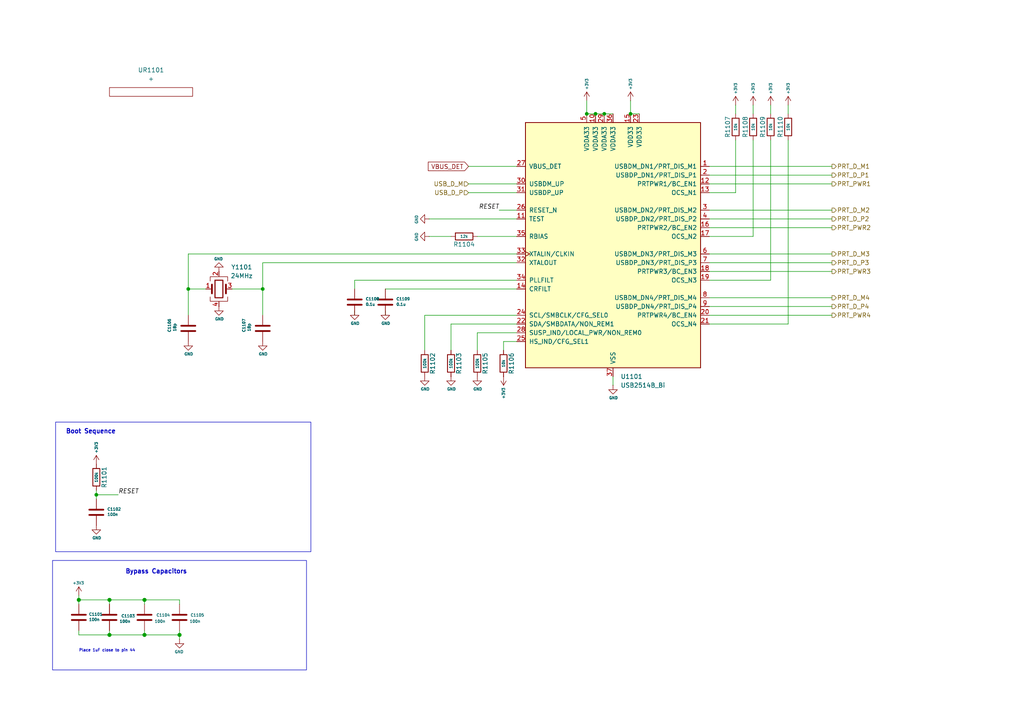
<source format=kicad_sch>
(kicad_sch (version 20231120) (generator "eeschema") (generator_version "8.0")
  (paper "A4")
  (title_block (title "Octoprobe octohub") (date "2024-06-18") (rev "0.2") (company "Hans Märki, Märki Informatik") (comment 1 "The MIT License (MIT)"))
  (lib_symbols
    (symbol "00_project_library:C" (pin_numbers hide) (pin_names (offset 0.254))
      (property "Reference" "C" (at 0.635 2.54 0))
      (property "Value" "C" (at 0.635 -2.54 0))
      (symbol "C_0_1"
        (polyline (pts (xy -2.032 -0.762) (xy 2.032 -0.762)) (stroke (width 0.508)))
        (polyline (pts (xy -2.032 0.762) (xy 2.032 0.762)) (stroke (width 0.508)))
      )
      (symbol "C_1_1"
        (pin passive line (at 0 3.81 270) (length 2.794) (name "~") (number "1"))
        (pin passive line (at 0 -3.81 90) (length 2.794) (name "~") (number "2"))
      )
    )
    (symbol "00_project_library:octohub_plug_top_left" (in_bom no)
      (property "Reference" "UR" (at 0 0 0))
      (property "Value" "+" (at 0 0 0))
      (symbol "octohub_plug_top_left_0_1"
        (rectangle (start -1.27 1.27) (end 22.86 -1.27))
      )
    )
    (symbol "Device:Crystal_GND24" (pin_names (offset 1.016) hide)
      (property "Reference" "Y" (at 3.175 5.08 0))
      (property "Value" "Crystal_GND24" (at 3.175 3.175 0))
      (symbol "Crystal_GND24_0_1"
        (rectangle (start -1.143 2.54) (end 1.143 -2.54) (stroke (width 0.3048)))
        (polyline (pts (xy -2.54 0) (xy -2.032 0)))
        (polyline (pts (xy -2.032 -1.27) (xy -2.032 1.27)) (stroke (width 0.508)))
        (polyline (pts (xy 0 -3.81) (xy 0 -3.556)))
        (polyline (pts (xy 0 3.556) (xy 0 3.81)))
        (polyline (pts (xy 2.032 -1.27) (xy 2.032 1.27)) (stroke (width 0.508)))
        (polyline (pts (xy 2.032 0) (xy 2.54 0)))
        (polyline (pts (xy -2.54 -2.286) (xy -2.54 -3.556) (xy 2.54 -3.556) (xy 2.54 -2.286)))
        (polyline (pts (xy -2.54 2.286) (xy -2.54 3.556) (xy 2.54 3.556) (xy 2.54 2.286)))
      )
      (symbol "Crystal_GND24_1_1"
        (pin passive line (at -3.81 0 0) (length 1.27) (name "1") (number "1"))
        (pin passive line (at 0 5.08 270) (length 1.27) (name "2") (number "2"))
        (pin passive line (at 3.81 0 180) (length 1.27) (name "3") (number "3"))
        (pin passive line (at 0 -5.08 90) (length 1.27) (name "4") (number "4"))
      )
    )
    (symbol "Device:R" (pin_numbers hide) (pin_names (offset 0))
      (property "Reference" "R" (at 2.032 0 90))
      (property "Value" "R" (at 0 0 90))
      (symbol "R_0_1"
        (rectangle (start -1.016 -2.54) (end 1.016 2.54) (stroke (width 0.254)))
      )
      (symbol "R_1_1"
        (pin passive line (at 0 3.81 270) (length 1.27) (name "~") (number "1"))
        (pin passive line (at 0 -3.81 90) (length 1.27) (name "~") (number "2"))
      )
    )
    (symbol "Interface_USB:USB2514B_Bi" (pin_names (offset 1.016))
      (property "Reference" "U" (at -17.78 40.64 0))
      (property "Value" "USB2514B_Bi" (at -20.32 38.1 0))
      (symbol "USB2514B_Bi_0_1"
        (rectangle (start -25.4 35.56) (end 25.4 -35.56) (stroke (width 0.254)) (fill (type background)))
      )
      (symbol "USB2514B_Bi_1_1"
        (pin bidirectional line (at 27.94 22.86 180) (length 2.54) (name "USBDM_DN1/PRT_DIS_M1") (number "1"))
        (pin power_in line (at -5.08 38.1 270) (length 2.54) (name "VDDA33") (number "10"))
        (pin input line (at -27.94 7.62 0) (length 2.54) (name "TEST") (number "11"))
        (pin bidirectional line (at 27.94 17.78 180) (length 2.54) (name "PRTPWR1/BC_EN1") (number "12"))
        (pin input line (at 27.94 15.24 180) (length 2.54) (name "OCS_N1") (number "13"))
        (pin input line (at -27.94 -12.7 0) (length 2.54) (name "CRFILT") (number "14"))
        (pin power_in line (at 5.08 38.1 270) (length 2.54) (name "VDD33") (number "15"))
        (pin bidirectional line (at 27.94 5.08 180) (length 2.54) (name "PRTPWR2/BC_EN2") (number "16"))
        (pin input line (at 27.94 2.54 180) (length 2.54) (name "OCS_N2") (number "17"))
        (pin bidirectional line (at 27.94 -7.62 180) (length 2.54) (name "PRTPWR3/BC_EN3") (number "18"))
        (pin input line (at 27.94 -10.16 180) (length 2.54) (name "OCS_N3") (number "19"))
        (pin bidirectional line (at 27.94 20.32 180) (length 2.54) (name "USBDP_DN1/PRT_DIS_P1") (number "2"))
        (pin bidirectional line (at 27.94 -20.32 180) (length 2.54) (name "PRTPWR4/BC_EN4") (number "20"))
        (pin input line (at 27.94 -22.86 180) (length 2.54) (name "OCS_N4") (number "21"))
        (pin bidirectional line (at -27.94 -22.86 0) (length 2.54) (name "SDA/SMBDATA/NON_REM1") (number "22"))
        (pin power_in line (at 7.62 38.1 270) (length 2.54) (name "VDD33") (number "23"))
        (pin bidirectional line (at -27.94 -20.32 0) (length 2.54) (name "SCL/SMBCLK/CFG_SEL0") (number "24"))
        (pin bidirectional line (at -27.94 -27.94 0) (length 2.54) (name "HS_IND/CFG_SEL1") (number "25"))
        (pin input line (at -27.94 10.16 0) (length 2.54) (name "RESET_N") (number "26"))
        (pin input line (at -27.94 22.86 0) (length 2.54) (name "VBUS_DET") (number "27"))
        (pin bidirectional line (at -27.94 -25.4 0) (length 2.54) (name "SUSP_IND/LOCAL_PWR/NON_REM0") (number "28"))
        (pin power_in line (at -2.54 38.1 270) (length 2.54) (name "VDDA33") (number "29"))
        (pin bidirectional line (at 27.94 10.16 180) (length 2.54) (name "USBDM_DN2/PRT_DIS_M2") (number "3"))
        (pin bidirectional line (at -27.94 17.78 0) (length 2.54) (name "USBDM_UP") (number "30"))
        (pin bidirectional line (at -27.94 15.24 0) (length 2.54) (name "USBDP_UP") (number "31"))
        (pin output line (at -27.94 -5.08 0) (length 2.54) (name "XTALOUT") (number "32"))
        (pin input clock (at -27.94 -2.54 0) (length 2.54) (name "XTALIN/CLKIN") (number "33"))
        (pin input line (at -27.94 -10.16 0) (length 2.54) (name "PLLFILT") (number "34"))
        (pin input line (at -27.94 2.54 0) (length 2.54) (name "RBIAS") (number "35"))
        (pin power_in line (at 0 38.1 270) (length 2.54) (name "VDDA33") (number "36"))
        (pin power_in line (at 0 -38.1 90) (length 2.54) (name "VSS") (number "37"))
        (pin bidirectional line (at 27.94 7.62 180) (length 2.54) (name "USBDP_DN2/PRT_DIS_P2") (number "4"))
        (pin power_in line (at -7.62 38.1 270) (length 2.54) (name "VDDA33") (number "5"))
        (pin bidirectional line (at 27.94 -2.54 180) (length 2.54) (name "USBDM_DN3/PRT_DIS_M3") (number "6"))
        (pin bidirectional line (at 27.94 -5.08 180) (length 2.54) (name "USBDP_DN3/PRT_DIS_P3") (number "7"))
        (pin bidirectional line (at 27.94 -15.24 180) (length 2.54) (name "USBDM_DN4/PRT_DIS_M4") (number "8"))
        (pin bidirectional line (at 27.94 -17.78 180) (length 2.54) (name "USBDP_DN4/PRT_DIS_P4") (number "9"))
      )
    )
    (symbol "power:+3V3" (power) (pin_numbers hide) (pin_names (offset 0) hide)
      (property "Value" "+3V3" (at 0 3.556 0))
      (symbol "+3V3_0_1"
        (polyline (pts (xy -0.762 1.27) (xy 0 2.54)))
        (polyline (pts (xy 0 0) (xy 0 2.54)))
        (polyline (pts (xy 0 2.54) (xy 0.762 1.27)))
      )
      (symbol "+3V3_1_1"
        (pin power_in line (at 0 0 90) (length 0) (name "~") (number "1"))
      )
    )
    (symbol "power:GND" (power) (pin_numbers hide) (pin_names (offset 0) hide)
      (property "Value" "GND" (at 0 -3.81 0))
      (symbol "GND_0_1"
        (polyline (pts (xy 0 0) (xy 0 -1.27) (xy 1.27 -1.27) (xy 0 -2.54) (xy -1.27 -1.27) (xy 0 -1.27)))
      )
      (symbol "GND_1_1"
        (pin power_in line (at 0 0 270) (length 0) (name "~") (number "1"))
      )
    )
  )
  (junction (at 54.61 83.82))
  (junction (at 41.91 173.99) (diameter 1.016))
  (junction (at 76.2 83.82))
  (junction (at 52.07 184.15) (diameter 1.016))
  (junction (at 27.94 143.51))
  (junction (at 22.86 173.99) (diameter 1.016))
  (junction (at 172.72 33.02))
  (junction (at 170.18 33.02))
  (junction (at 31.75 173.99) (diameter 1.016))
  (junction (at 182.88 33.02))
  (junction (at 175.26 33.02))
  (junction (at 41.91 184.15) (diameter 1.016))
  (junction (at 31.75 184.15) (diameter 1.016))
  (wire (pts (xy 205.74 91.44) (xy 241.3 91.44)))
  (wire (pts (xy 31.75 175.26) (xy 31.75 173.99)))
  (wire (pts (xy 205.74 48.26) (xy 241.3 48.26)))
  (wire (pts (xy 67.31 83.82) (xy 76.2 83.82)))
  (wire (pts (xy 146.05 99.06) (xy 149.86 99.06)))
  (wire (pts (xy 177.8 111.76) (xy 177.8 109.22)))
  (wire (pts (xy 22.86 182.88) (xy 22.86 184.15)))
  (wire (pts (xy 22.86 173.99) (xy 22.86 175.26)))
  (wire (pts (xy 146.05 101.6) (xy 146.05 99.06)))
  (wire (pts (xy 52.07 175.26) (xy 52.07 173.99)))
  (wire (pts (xy 172.72 33.02) (xy 175.26 33.02)))
  (wire (pts (xy 41.91 175.26) (xy 41.91 173.99)))
  (wire (pts (xy 205.74 73.66) (xy 241.3 73.66)))
  (wire (pts (xy 130.81 93.98) (xy 149.86 93.98)))
  (wire (pts (xy 205.74 93.98) (xy 228.6 93.98)))
  (wire (pts (xy 205.74 66.04) (xy 241.3 66.04)))
  (wire (pts (xy 31.75 182.88) (xy 31.75 184.15)))
  (wire (pts (xy 213.36 55.88) (xy 213.36 40.64)))
  (wire (pts (xy 135.89 55.88) (xy 149.86 55.88)))
  (wire (pts (xy 54.61 73.66) (xy 149.86 73.66)))
  (wire (pts (xy 123.19 91.44) (xy 149.86 91.44)))
  (wire (pts (xy 170.18 29.21) (xy 170.18 33.02)))
  (wire (pts (xy 205.74 55.88) (xy 213.36 55.88)))
  (wire (pts (xy 228.6 93.98) (xy 228.6 40.64)))
  (wire (pts (xy 27.94 143.51) (xy 27.94 144.78)))
  (wire (pts (xy 111.76 83.82) (xy 149.86 83.82)))
  (wire (pts (xy 182.88 29.21) (xy 182.88 33.02)))
  (wire (pts (xy 205.74 81.28) (xy 223.52 81.28)))
  (wire (pts (xy 22.86 184.15) (xy 31.75 184.15)))
  (wire (pts (xy 130.81 101.6) (xy 130.81 93.98)))
  (wire (pts (xy 138.43 96.52) (xy 138.43 101.6)))
  (wire (pts (xy 205.74 60.96) (xy 241.3 60.96)))
  (wire (pts (xy 205.74 63.5) (xy 241.3 63.5)))
  (wire (pts (xy 76.2 76.2) (xy 149.86 76.2)))
  (wire (pts (xy 59.69 83.82) (xy 54.61 83.82)))
  (wire (pts (xy 123.19 91.44) (xy 123.19 101.6)))
  (wire (pts (xy 205.74 78.74) (xy 241.3 78.74)))
  (wire (pts (xy 205.74 50.8) (xy 241.3 50.8)))
  (wire (pts (xy 102.87 81.28) (xy 149.86 81.28)))
  (wire (pts (xy 182.88 33.02) (xy 185.42 33.02)))
  (wire (pts (xy 175.26 33.02) (xy 177.8 33.02)))
  (wire (pts (xy 223.52 30.48) (xy 223.52 33.02)))
  (wire (pts (xy 138.43 68.58) (xy 149.86 68.58)))
  (wire (pts (xy 102.87 81.28) (xy 102.87 83.82)))
  (wire (pts (xy 170.18 33.02) (xy 172.72 33.02)))
  (wire (pts (xy 54.61 73.66) (xy 54.61 83.82)))
  (wire (pts (xy 31.75 184.15) (xy 41.91 184.15)))
  (wire (pts (xy 52.07 184.15) (xy 52.07 185.42)))
  (wire (pts (xy 124.46 63.5) (xy 149.86 63.5)))
  (wire (pts (xy 27.94 142.24) (xy 27.94 143.51)))
  (wire (pts (xy 31.75 173.99) (xy 41.91 173.99)))
  (wire (pts (xy 54.61 91.44) (xy 54.61 83.82)))
  (wire (pts (xy 41.91 184.15) (xy 52.07 184.15)))
  (wire (pts (xy 228.6 30.48) (xy 228.6 33.02)))
  (wire (pts (xy 144.78 60.96) (xy 149.86 60.96)))
  (wire (pts (xy 223.52 81.28) (xy 223.52 40.64)))
  (wire (pts (xy 22.86 173.99) (xy 31.75 173.99)))
  (wire (pts (xy 76.2 91.44) (xy 76.2 83.82)))
  (wire (pts (xy 102.87 90.17) (xy 102.87 91.44)))
  (wire (pts (xy 111.76 90.17) (xy 111.76 91.44)))
  (wire (pts (xy 27.94 143.51) (xy 34.29 143.51)))
  (wire (pts (xy 52.07 182.88) (xy 52.07 184.15)))
  (wire (pts (xy 241.3 53.34) (xy 205.74 53.34)))
  (wire (pts (xy 22.86 172.72) (xy 22.86 173.99)))
  (wire (pts (xy 213.36 30.48) (xy 213.36 33.02)))
  (wire (pts (xy 218.44 68.58) (xy 218.44 40.64)))
  (wire (pts (xy 205.74 68.58) (xy 218.44 68.58)))
  (wire (pts (xy 135.89 53.34) (xy 149.86 53.34)))
  (wire (pts (xy 218.44 30.48) (xy 218.44 33.02)))
  (wire (pts (xy 76.2 76.2) (xy 76.2 83.82)))
  (wire (pts (xy 41.91 182.88) (xy 41.91 184.15)))
  (wire (pts (xy 135.89 48.26) (xy 149.86 48.26)))
  (wire (pts (xy 205.74 86.36) (xy 241.3 86.36)))
  (wire (pts (xy 41.91 173.99) (xy 52.07 173.99)))
  (wire (pts (xy 205.74 76.2) (xy 241.3 76.2)))
  (wire (pts (xy 124.46 68.58) (xy 130.81 68.58)))
  (wire (pts (xy 205.74 88.9) (xy 241.3 88.9)))
  (wire (pts (xy 138.43 96.52) (xy 149.86 96.52)))
  (rectangle (start 15.24 162.56) (end 88.9 194.31))
  (rectangle (start 16.129 122.428) (end 90.17 160.02))
  (text "Place 1uF close to pin 44" (at 22.86 189.23 0) (effects (font (size 0.8 0.8)) (justify left bottom)))
  (text "Bypass Capacitors" (at 36.322 166.624 0) (effects (font (size 1.27 1.27) (thickness 0.254) (bold yes)) (justify left bottom)))
  (text "Boot Sequence" (at 19.05 125.984 0) (effects (font (size 1.27 1.27) (thickness 0.254) (bold yes)) (justify left bottom)))
  (label "RESET" (at 144.78 60.96 180) (effects (font (italic yes))))
  (label "RESET" (at 34.29 143.51 0) (effects (font (italic yes))))
  (global_label "VBUS_DET" (shape input) (at 135.89 48.26 180) (property "Intersheetrefs" "${INTERSHEET_REFS}" (effects (hide yes))))
  (hierarchical_label "PRT_D_M1" (shape output) (at 241.3 48.26 0))
  (hierarchical_label "PRT_D_P3" (shape output) (at 241.3 76.2 0))
  (hierarchical_label "PRT_PWR2" (shape output) (at 241.3 66.04 0))
  (hierarchical_label "PRT_D_P1" (shape output) (at 241.3 50.8 0))
  (hierarchical_label "PRT_D_M2" (shape output) (at 241.3 60.96 0))
  (hierarchical_label "PRT_PWR1" (shape output) (at 241.3 53.34 0))
  (hierarchical_label "PRT_D_P2" (shape output) (at 241.3 63.5 0))
  (hierarchical_label "USB_D_M" (shape input) (at 135.89 53.34 180))
  (hierarchical_label "PRT_D_M3" (shape output) (at 241.3 73.66 0))
  (hierarchical_label "PRT_D_P4" (shape output) (at 241.3 88.9 0))
  (hierarchical_label "PRT_PWR4" (shape output) (at 241.3 91.44 0))
  (hierarchical_label "PRT_PWR3" (shape output) (at 241.3 78.74 0))
  (hierarchical_label "PRT_D_M4" (shape output) (at 241.3 86.36 0))
  (hierarchical_label "USB_D_P" (shape input) (at 135.89 55.88 180))
  (symbol (lib_id "Device:R") (at 223.52 36.83 0) (unit 1)
    (property "Reference" "R1109" (at 221.234 36.83 90))
    (property "Value" "10k" (at 223.52 36.83 90) (effects (font (size 0.8 0.8))))
    (property "Footprint" "Resistor_SMD:R_0402_1005Metric" (effects (hide yes)))
  )
  (symbol (lib_id "power:GND") (at 63.5 78.74 180) (unit 1)
    (property "Reference" "#PWR01106" (effects (hide yes)))
    (property "Value" "GND" (at 63.373 75.1078 0) (effects (font (size 0.8 0.8))))
    (property "Description" "Power symbol creates a global label with name \"GND\" , ground" (effects (hide yes)))
  )
  (symbol (lib_id "power:GND") (at 52.07 185.42 0) (unit 1)
    (property "Reference" "#PWR01104" (effects (hide yes)))
    (property "Value" "GND" (at 51.943 189.0522 0) (effects (font (size 0.8 0.8))))
    (property "Description" "Power symbol creates a global label with name \"GND\" , ground" (effects (hide yes)))
  )
  (symbol (lib_id "00_project_library:C") (at 22.86 179.07 0) (unit 1)
    (property "Reference" "C1101" (at 25.781 178.1556 0) (effects (font (size 0.8 0.8)) (justify left)))
    (property "Value" "100n" (at 25.781 179.705 0) (effects (font (size 0.8 0.8)) (justify left)))
    (property "Footprint" "Capacitor_SMD:C_0402_1005Metric" (effects (hide yes)))
  )
  (symbol (lib_id "power:+3V3") (at 27.94 134.62 0) (unit 1)
    (property "Reference" "#PWR01102" (effects (hide yes)))
    (property "Value" "+3V3" (at 27.94 129.794 90) (effects (font (size 0.8 0.8))))
    (property "Description" "Power symbol creates a global label with name \"+3V3\"" (effects (hide yes)))
  )
  (symbol (lib_id "Device:Crystal_GND24") (at 63.5 83.82 0) (unit 1)
    (property "Reference" "Y1101" (at 70.104 77.47 0))
    (property "Value" "24MHz" (at 70.104 80.01 0))
    (property "Footprint" "Crystal:Crystal_SMD_3225-4Pin_3.2x2.5mm" (effects (hide yes)))
    (property "Datasheet" "https://wmsc.lcsc.com/wmsc/upload/file/pdf/v2/lcsc/2403291504_YXC-X322524MOB4SI_C70590.pdf" (effects (hide yes)))
    (property "Description" "Four pin crystal, GND on pins 2 and 4" (effects (hide yes)))
    (property "JLC" "C70590" (effects (hide yes)))
  )
  (symbol (lib_id "Interface_USB:USB2514B_Bi") (at 177.8 71.12 0) (unit 1)
    (property "Reference" "U1101" (at 179.9941 109.22 0) (effects (justify left)))
    (property "Value" "USB2514B_Bi" (at 179.9941 111.76 0) (effects (justify left)))
    (property "Footprint" "Package_DFN_QFN:Texas_RHH0036C_VQFN-36-1EP_6x6mm_P0.5mm_EP4.4x4.4mm_ThermalVias" (effects (hide yes)))
    (property "Datasheet" "http://ww1.microchip.com/downloads/en/DeviceDoc/00001692C.pdf" (effects (hide yes)))
    (property "Description" "USB 2.0 Hi-Speed Hub Controller" (effects (hide yes)))
    (property "JLC" "C16251" (effects (hide yes)))
  )
  (symbol (lib_id "00_project_library:C") (at 41.91 179.07 0) (unit 1)
    (property "Reference" "C1104" (at 45.339 178.4096 0) (effects (font (size 0.8 0.8)) (justify left)))
    (property "Value" "100n" (at 44.831 180.213 0) (effects (font (size 0.8 0.8)) (justify left)))
    (property "Footprint" "Capacitor_SMD:C_0402_1005Metric" (effects (hide yes)))
  )
  (symbol (lib_id "power:GND") (at 123.19 109.22 0) (unit 1)
    (property "Reference" "#PWR01111" (effects (hide yes)))
    (property "Value" "GND" (at 123.317 112.8522 0) (effects (font (size 0.8 0.8))))
    (property "Description" "Power symbol creates a global label with name \"GND\" , ground" (effects (hide yes)))
  )
  (symbol (lib_id "power:GND") (at 27.94 152.4 0) (unit 1)
    (property "Reference" "#PWR01103" (effects (hide yes)))
    (property "Value" "GND" (at 28.067 156.0322 0) (effects (font (size 0.8 0.8))))
    (property "Description" "Power symbol creates a global label with name \"GND\" , ground" (effects (hide yes)))
  )
  (symbol (lib_id "power:GND") (at 54.61 99.06 0) (unit 1)
    (property "Reference" "#PWR01105" (effects (hide yes)))
    (property "Value" "GND" (at 54.737 102.6922 0) (effects (font (size 0.8 0.8))))
    (property "Description" "Power symbol creates a global label with name \"GND\" , ground" (effects (hide yes)))
  )
  (symbol (lib_id "power:+3V3") (at 213.36 30.48 0) (unit 1)
    (property "Reference" "#PWR01120" (effects (hide yes)))
    (property "Value" "+3V3" (at 213.36 25.654 90) (effects (font (size 0.8 0.8))))
    (property "Description" "Power symbol creates a global label with name \"+3V3\"" (effects (hide yes)))
  )
  (symbol (lib_id "00_project_library:C") (at 27.94 148.59 0) (unit 1)
    (property "Reference" "C1102" (at 31.115 147.6756 0) (effects (font (size 0.8 0.8)) (justify left)))
    (property "Value" "100n" (at 31.115 149.225 0) (effects (font (size 0.8 0.8)) (justify left)))
    (property "Footprint" "Capacitor_SMD:C_0603_1608Metric" (effects (hide yes)))
  )
  (symbol (lib_id "power:+3V3") (at 22.86 172.72 0) (unit 1)
    (property "Reference" "#PWR01101" (effects (hide yes)))
    (property "Value" "+3V3" (at 22.733 169.0878 0) (effects (font (size 0.8 0.8))))
    (property "Description" "Power symbol creates a global label with name \"+3V3\"" (effects (hide yes)))
  )
  (symbol (lib_id "Device:R") (at 123.19 105.41 180) (unit 1)
    (property "Reference" "R1102" (at 125.476 105.41 90))
    (property "Value" "100k" (at 123.19 105.41 90) (effects (font (size 0.8 0.8))))
    (property "Footprint" "Resistor_SMD:R_0402_1005Metric" (effects (hide yes)))
  )
  (symbol (lib_id "power:GND") (at 124.46 63.5 270) (unit 1)
    (property "Reference" "#PWR01112" (effects (hide yes)))
    (property "Value" "GND" (at 120.8278 63.627 0) (effects (font (size 0.8 0.8))))
    (property "Description" "Power symbol creates a global label with name \"GND\" , ground" (effects (hide yes)))
  )
  (symbol (lib_id "Device:R") (at 138.43 105.41 180) (unit 1)
    (property "Reference" "R1105" (at 140.716 105.41 90))
    (property "Value" "100k" (at 138.43 105.41 90) (effects (font (size 0.8 0.8))))
    (property "Footprint" "Resistor_SMD:R_0402_1005Metric" (effects (hide yes)))
  )
  (symbol (lib_id "power:+3V3") (at 228.6 30.48 0) (unit 1)
    (property "Reference" "#PWR01123" (effects (hide yes)))
    (property "Value" "+3V3" (at 228.6 25.654 90) (effects (font (size 0.8 0.8))))
    (property "Description" "Power symbol creates a global label with name \"+3V3\"" (effects (hide yes)))
  )
  (symbol (lib_id "power:+3V3") (at 146.05 109.22 180) (unit 1)
    (property "Reference" "#PWR01116" (effects (hide yes)))
    (property "Value" "+3V3" (at 146.05 114.046 90) (effects (font (size 0.8 0.8))))
    (property "Description" "Power symbol creates a global label with name \"+3V3\"" (effects (hide yes)))
  )
  (symbol (lib_id "power:GND") (at 177.8 111.76 0) (unit 1)
    (property "Reference" "#PWR01118" (effects (hide yes)))
    (property "Value" "GND" (at 177.927 115.3922 0) (effects (font (size 0.8 0.8))))
    (property "Description" "Power symbol creates a global label with name \"GND\" , ground" (effects (hide yes)))
  )
  (symbol (lib_id "power:+3V3") (at 218.44 30.48 0) (unit 1)
    (property "Reference" "#PWR01121" (effects (hide yes)))
    (property "Value" "+3V3" (at 218.44 25.654 90) (effects (font (size 0.8 0.8))))
    (property "Description" "Power symbol creates a global label with name \"+3V3\"" (effects (hide yes)))
  )
  (symbol (lib_id "00_project_library:C") (at 31.75 179.07 0) (unit 1)
    (property "Reference" "C1103" (at 35.179 178.6636 0) (effects (font (size 0.8 0.8)) (justify left)))
    (property "Value" "100n" (at 34.671 180.213 0) (effects (font (size 0.8 0.8)) (justify left)))
    (property "Footprint" "Capacitor_SMD:C_0402_1005Metric" (effects (hide yes)))
  )
  (symbol (lib_id "power:GND") (at 111.76 90.17 0) (unit 1)
    (property "Reference" "#PWR01110" (effects (hide yes)))
    (property "Value" "GND" (at 111.887 93.8022 0) (effects (font (size 0.8 0.8))))
    (property "Description" "Power symbol creates a global label with name \"GND\" , ground" (effects (hide yes)))
  )
  (symbol (lib_id "Device:R") (at 146.05 105.41 180) (unit 1)
    (property "Reference" "R1106" (at 148.336 105.41 90))
    (property "Value" "10k" (at 146.05 105.41 90) (effects (font (size 0.8 0.8))))
    (property "Footprint" "Resistor_SMD:R_0402_1005Metric" (effects (hide yes)))
  )
  (symbol (lib_id "power:+3V3") (at 223.52 30.48 0) (unit 1)
    (property "Reference" "#PWR01122" (effects (hide yes)))
    (property "Value" "+3V3" (at 223.52 25.654 90) (effects (font (size 0.8 0.8))))
    (property "Description" "Power symbol creates a global label with name \"+3V3\"" (effects (hide yes)))
  )
  (symbol (lib_id "power:GND") (at 76.2 99.06 0) (unit 1)
    (property "Reference" "#PWR01108" (effects (hide yes)))
    (property "Value" "GND" (at 76.327 102.6922 0) (effects (font (size 0.8 0.8))))
    (property "Description" "Power symbol creates a global label with name \"GND\" , ground" (effects (hide yes)))
  )
  (symbol (lib_id "power:GND") (at 138.43 109.22 0) (unit 1)
    (property "Reference" "#PWR01115" (effects (hide yes)))
    (property "Value" "GND" (at 138.557 112.8522 0) (effects (font (size 0.8 0.8))))
    (property "Description" "Power symbol creates a global label with name \"GND\" , ground" (effects (hide yes)))
  )
  (symbol (lib_id "Device:R") (at 213.36 36.83 0) (unit 1)
    (property "Reference" "R1107" (at 211.074 36.83 90))
    (property "Value" "10k" (at 213.36 36.83 90) (effects (font (size 0.8 0.8))))
    (property "Footprint" "Resistor_SMD:R_0402_1005Metric" (effects (hide yes)))
  )
  (symbol (lib_id "Device:R") (at 130.81 105.41 180) (unit 1)
    (property "Reference" "R1103" (at 133.096 105.41 90))
    (property "Value" "100k" (at 130.81 105.41 90) (effects (font (size 0.8 0.8))))
    (property "Footprint" "Resistor_SMD:R_0402_1005Metric" (effects (hide yes)))
  )
  (symbol (lib_id "Device:R") (at 228.6 36.83 0) (unit 1)
    (property "Reference" "R1110" (at 226.314 36.83 90))
    (property "Value" "10k" (at 228.6 36.83 90) (effects (font (size 0.8 0.8))))
    (property "Footprint" "Resistor_SMD:R_0402_1005Metric" (effects (hide yes)))
  )
  (symbol (lib_id "00_project_library:C") (at 102.87 87.63 0) (unit 1)
    (property "Reference" "C1108" (at 106.045 86.7156 0) (effects (font (size 0.8 0.8)) (justify left)))
    (property "Value" "0.1u" (at 106.045 88.265 0) (effects (font (size 0.8 0.8)) (justify left)))
    (property "Footprint" "Capacitor_SMD:C_0402_1005Metric" (effects (hide yes)))
  )
  (symbol (lib_id "power:GND") (at 63.5 88.9 0) (unit 1)
    (property "Reference" "#PWR01107" (effects (hide yes)))
    (property "Value" "GND" (at 63.627 92.5322 0) (effects (font (size 0.8 0.8))))
    (property "Description" "Power symbol creates a global label with name \"GND\" , ground" (effects (hide yes)))
  )
  (symbol (lib_id "power:+3V3") (at 170.18 29.21 0) (unit 1)
    (property "Reference" "#PWR01117" (effects (hide yes)))
    (property "Value" "+3V3" (at 170.18 24.384 90) (effects (font (size 0.8 0.8))))
    (property "Description" "Power symbol creates a global label with name \"+3V3\"" (effects (hide yes)))
  )
  (symbol (lib_id "00_project_library:octohub_plug_top_left") (at 33.02 26.67 0) (unit 1) (in_bom no)
    (property "Reference" "UR1101" (at 43.815 20.32 0))
    (property "Value" "+" (at 43.815 22.86 0))
    (property "Footprint" "00_project_library:octohub_plug_top_left" (effects (hide yes)))
  )
  (symbol (lib_id "00_project_library:C") (at 76.2 95.25 0) (unit 1)
    (property "Reference" "C1107" (at 70.739 96.3676 90) (effects (font (size 0.8 0.8)) (justify left)))
    (property "Value" "18p" (at 72.263 96.139 90) (effects (font (size 0.8 0.8)) (justify left)))
    (property "Footprint" "Capacitor_SMD:C_0805_2012Metric" (effects (hide yes)))
    (property "Datasheet" "https://wmsc.lcsc.com/wmsc/upload/file/pdf/v2/lcsc/2304140030_FH--Guangdong-Fenghua-Advanced-Tech-0805CG180J500NT_C1797.pdf" (effects (hide yes)))
    (property "JLC" "C1797" (effects (hide yes)))
  )
  (symbol (lib_id "power:GND") (at 102.87 90.17 0) (unit 1)
    (property "Reference" "#PWR01109" (effects (hide yes)))
    (property "Value" "GND" (at 102.997 93.8022 0) (effects (font (size 0.8 0.8))))
    (property "Description" "Power symbol creates a global label with name \"GND\" , ground" (effects (hide yes)))
  )
  (symbol (lib_id "00_project_library:C") (at 52.07 179.07 0) (unit 1)
    (property "Reference" "C1105" (at 55.245 178.4096 0) (effects (font (size 0.8 0.8)) (justify left)))
    (property "Value" "100n" (at 54.991 180.213 0) (effects (font (size 0.8 0.8)) (justify left)))
    (property "Footprint" "Capacitor_SMD:C_0402_1005Metric" (effects (hide yes)))
  )
  (symbol (lib_id "power:GND") (at 130.81 109.22 0) (unit 1)
    (property "Reference" "#PWR01114" (effects (hide yes)))
    (property "Value" "GND" (at 130.937 112.8522 0) (effects (font (size 0.8 0.8))))
    (property "Description" "Power symbol creates a global label with name \"GND\" , ground" (effects (hide yes)))
  )
  (symbol (lib_id "00_project_library:C") (at 54.61 95.25 0) (unit 1)
    (property "Reference" "C1106" (at 49.149 96.3676 90) (effects (font (size 0.8 0.8)) (justify left)))
    (property "Value" "18p" (at 50.673 96.139 90) (effects (font (size 0.8 0.8)) (justify left)))
    (property "Footprint" "Capacitor_SMD:C_0805_2012Metric" (effects (hide yes)))
    (property "Datasheet" "https://wmsc.lcsc.com/wmsc/upload/file/pdf/v2/lcsc/2304140030_FH--Guangdong-Fenghua-Advanced-Tech-0805CG180J500NT_C1797.pdf" (effects (hide yes)))
    (property "JLC" "C1797" (effects (hide yes)))
  )
  (symbol (lib_id "power:+3V3") (at 182.88 29.21 0) (unit 1)
    (property "Reference" "#PWR01119" (effects (hide yes)))
    (property "Value" "+3V3" (at 182.88 24.384 90) (effects (font (size 0.8 0.8))))
    (property "Description" "Power symbol creates a global label with name \"+3V3\"" (effects (hide yes)))
  )
  (symbol (lib_id "Device:R") (at 218.44 36.83 0) (unit 1)
    (property "Reference" "R1108" (at 216.154 36.83 90))
    (property "Value" "10k" (at 218.44 36.83 90) (effects (font (size 0.8 0.8))))
    (property "Footprint" "Resistor_SMD:R_0402_1005Metric" (effects (hide yes)))
  )
  (symbol (lib_id "00_project_library:C") (at 111.76 87.63 0) (unit 1)
    (property "Reference" "C1109" (at 114.935 86.7156 0) (effects (font (size 0.8 0.8)) (justify left)))
    (property "Value" "0.1u" (at 114.935 88.265 0) (effects (font (size 0.8 0.8)) (justify left)))
    (property "Footprint" "Capacitor_SMD:C_0402_1005Metric" (effects (hide yes)))
  )
  (symbol (lib_id "Device:R") (at 134.62 68.58 90) (unit 1)
    (property "Reference" "R1104" (at 134.62 70.866 90))
    (property "Value" "12k" (at 134.62 68.58 90) (effects (font (size 0.8 0.8))))
    (property "Footprint" "Resistor_SMD:R_0402_1005Metric" (effects (hide yes)))
  )
  (symbol (lib_id "power:GND") (at 124.46 68.58 270) (unit 1)
    (property "Reference" "#PWR01113" (effects (hide yes)))
    (property "Value" "GND" (at 120.8278 68.707 0) (effects (font (size 0.8 0.8))))
    (property "Description" "Power symbol creates a global label with name \"GND\" , ground" (effects (hide yes)))
  )
  (symbol (lib_id "Device:R") (at 27.94 138.43 180) (unit 1)
    (property "Reference" "R1101" (at 30.226 138.43 90))
    (property "Value" "100k" (at 27.94 138.43 90) (effects (font (size 0.8 0.8))))
    (property "Footprint" "Resistor_SMD:R_0402_1005Metric" (effects (hide yes)))
  )
)
</source>
